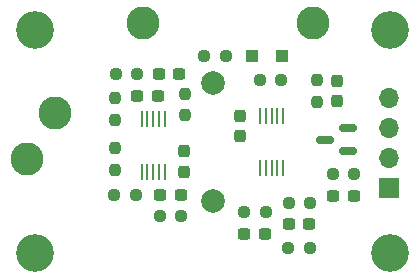
<source format=gts>
G04 #@! TF.GenerationSoftware,KiCad,Pcbnew,(6.0.2)*
G04 #@! TF.CreationDate,2022-05-11T22:01:16-05:00*
G04 #@! TF.ProjectId,Receive US,52656365-6976-4652-9055-532e6b696361,rev?*
G04 #@! TF.SameCoordinates,Original*
G04 #@! TF.FileFunction,Soldermask,Top*
G04 #@! TF.FilePolarity,Negative*
%FSLAX46Y46*%
G04 Gerber Fmt 4.6, Leading zero omitted, Abs format (unit mm)*
G04 Created by KiCad (PCBNEW (6.0.2)) date 2022-05-11 22:01:16*
%MOMM*%
%LPD*%
G01*
G04 APERTURE LIST*
G04 Aperture macros list*
%AMRoundRect*
0 Rectangle with rounded corners*
0 $1 Rounding radius*
0 $2 $3 $4 $5 $6 $7 $8 $9 X,Y pos of 4 corners*
0 Add a 4 corners polygon primitive as box body*
4,1,4,$2,$3,$4,$5,$6,$7,$8,$9,$2,$3,0*
0 Add four circle primitives for the rounded corners*
1,1,$1+$1,$2,$3*
1,1,$1+$1,$4,$5*
1,1,$1+$1,$6,$7*
1,1,$1+$1,$8,$9*
0 Add four rect primitives between the rounded corners*
20,1,$1+$1,$2,$3,$4,$5,0*
20,1,$1+$1,$4,$5,$6,$7,0*
20,1,$1+$1,$6,$7,$8,$9,0*
20,1,$1+$1,$8,$9,$2,$3,0*%
G04 Aperture macros list end*
%ADD10R,0.279400X1.327899*%
%ADD11RoundRect,0.237500X0.237500X-0.250000X0.237500X0.250000X-0.237500X0.250000X-0.237500X-0.250000X0*%
%ADD12RoundRect,0.150000X0.587500X0.150000X-0.587500X0.150000X-0.587500X-0.150000X0.587500X-0.150000X0*%
%ADD13RoundRect,0.237500X0.300000X0.237500X-0.300000X0.237500X-0.300000X-0.237500X0.300000X-0.237500X0*%
%ADD14C,3.200000*%
%ADD15RoundRect,0.237500X0.237500X-0.300000X0.237500X0.300000X-0.237500X0.300000X-0.237500X-0.300000X0*%
%ADD16RoundRect,0.237500X-0.250000X-0.237500X0.250000X-0.237500X0.250000X0.237500X-0.250000X0.237500X0*%
%ADD17C,2.800000*%
%ADD18RoundRect,0.237500X0.250000X0.237500X-0.250000X0.237500X-0.250000X-0.237500X0.250000X-0.237500X0*%
%ADD19RoundRect,0.237500X-0.300000X-0.237500X0.300000X-0.237500X0.300000X0.237500X-0.300000X0.237500X0*%
%ADD20R,1.000000X1.000000*%
%ADD21RoundRect,0.237500X-0.237500X0.300000X-0.237500X-0.300000X0.237500X-0.300000X0.237500X0.300000X0*%
%ADD22R,1.700000X1.700000*%
%ADD23O,1.700000X1.700000*%
%ADD24C,2.000000*%
G04 APERTURE END LIST*
D10*
G04 #@! TO.C,U2*
X93989999Y-102523348D03*
X94490001Y-102523348D03*
X94990000Y-102523348D03*
X95489999Y-102523348D03*
X95990001Y-102523348D03*
X95990001Y-98096652D03*
X95489999Y-98096652D03*
X94990000Y-98096652D03*
X94490001Y-98096652D03*
X93989999Y-98096652D03*
G04 #@! TD*
D11*
G04 #@! TO.C,R5*
X91750000Y-102362500D03*
X91750000Y-100537500D03*
G04 #@! TD*
D12*
G04 #@! TO.C,Q1*
X111437500Y-100750000D03*
X111437500Y-98850000D03*
X109562500Y-99800000D03*
G04 #@! TD*
D13*
G04 #@! TO.C,C1*
X97312500Y-104500000D03*
X95587500Y-104500000D03*
G04 #@! TD*
D14*
G04 #@! TO.C,H5*
X85000000Y-90556000D03*
G04 #@! TD*
G04 #@! TO.C,H4*
X85000000Y-109444000D03*
G04 #@! TD*
D11*
G04 #@! TO.C,R11*
X108825000Y-96612500D03*
X108825000Y-94787500D03*
G04 #@! TD*
D15*
G04 #@! TO.C,C7*
X110500000Y-96562500D03*
X110500000Y-94837500D03*
G04 #@! TD*
D16*
G04 #@! TO.C,R13*
X110187500Y-102700000D03*
X112012500Y-102700000D03*
G04 #@! TD*
D17*
G04 #@! TO.C,TP1*
X86700000Y-97550000D03*
G04 #@! TD*
D16*
G04 #@! TO.C,R6*
X102687500Y-105900000D03*
X104512500Y-105900000D03*
G04 #@! TD*
D18*
G04 #@! TO.C,R4*
X93512500Y-104500000D03*
X91687500Y-104500000D03*
G04 #@! TD*
D10*
G04 #@! TO.C,U1*
X106000001Y-97786652D03*
X105499999Y-97786652D03*
X105000000Y-97786652D03*
X104500001Y-97786652D03*
X103999999Y-97786652D03*
X103999999Y-102213348D03*
X104500001Y-102213348D03*
X105000000Y-102213348D03*
X105499999Y-102213348D03*
X106000001Y-102213348D03*
G04 #@! TD*
D18*
G04 #@! TO.C,R12*
X105837500Y-94775000D03*
X104012500Y-94775000D03*
G04 #@! TD*
D13*
G04 #@! TO.C,C2*
X108162500Y-106950000D03*
X106437500Y-106950000D03*
G04 #@! TD*
D19*
G04 #@! TO.C,C5*
X93637500Y-96150000D03*
X95362500Y-96150000D03*
G04 #@! TD*
D14*
G04 #@! TO.C,H3*
X115000000Y-90556000D03*
G04 #@! TD*
D13*
G04 #@! TO.C,C9*
X111962500Y-104600000D03*
X110237500Y-104600000D03*
G04 #@! TD*
D16*
G04 #@! TO.C,R8*
X91787500Y-94250000D03*
X93612500Y-94250000D03*
G04 #@! TD*
D18*
G04 #@! TO.C,R3*
X108212500Y-109000000D03*
X106387500Y-109000000D03*
G04 #@! TD*
D16*
G04 #@! TO.C,R1*
X95537500Y-106300000D03*
X97362500Y-106300000D03*
G04 #@! TD*
D11*
G04 #@! TO.C,R9*
X97700000Y-97762500D03*
X97700000Y-95937500D03*
G04 #@! TD*
D15*
G04 #@! TO.C,C3*
X97550000Y-102512500D03*
X97550000Y-100787500D03*
G04 #@! TD*
D17*
G04 #@! TO.C,TP2*
X94100000Y-89900000D03*
G04 #@! TD*
D20*
G04 #@! TO.C,D1*
X105850000Y-92700000D03*
X103350000Y-92700000D03*
G04 #@! TD*
D19*
G04 #@! TO.C,C6*
X95437500Y-94250000D03*
X97162500Y-94250000D03*
G04 #@! TD*
D13*
G04 #@! TO.C,C4*
X104412500Y-107800000D03*
X102687500Y-107800000D03*
G04 #@! TD*
D11*
G04 #@! TO.C,R7*
X91750000Y-98112500D03*
X91750000Y-96287500D03*
G04 #@! TD*
D16*
G04 #@! TO.C,R10*
X99287500Y-92700000D03*
X101112500Y-92700000D03*
G04 #@! TD*
D21*
G04 #@! TO.C,C8*
X102300000Y-97787500D03*
X102300000Y-99512500D03*
G04 #@! TD*
D16*
G04 #@! TO.C,R2*
X106437500Y-105150000D03*
X108262500Y-105150000D03*
G04 #@! TD*
D17*
G04 #@! TO.C,TP3*
X108525000Y-89975000D03*
G04 #@! TD*
D22*
G04 #@! TO.C,J1*
X114900000Y-103900000D03*
D23*
X114900000Y-101360000D03*
X114900000Y-98820000D03*
X114900000Y-96280000D03*
G04 #@! TD*
D14*
G04 #@! TO.C,H2*
X115000000Y-109444000D03*
G04 #@! TD*
D17*
G04 #@! TO.C,TP5*
X84250000Y-101450000D03*
G04 #@! TD*
D24*
G04 #@! TO.C,LS1*
X100000000Y-95000000D03*
X100000000Y-105000000D03*
G04 #@! TD*
M02*

</source>
